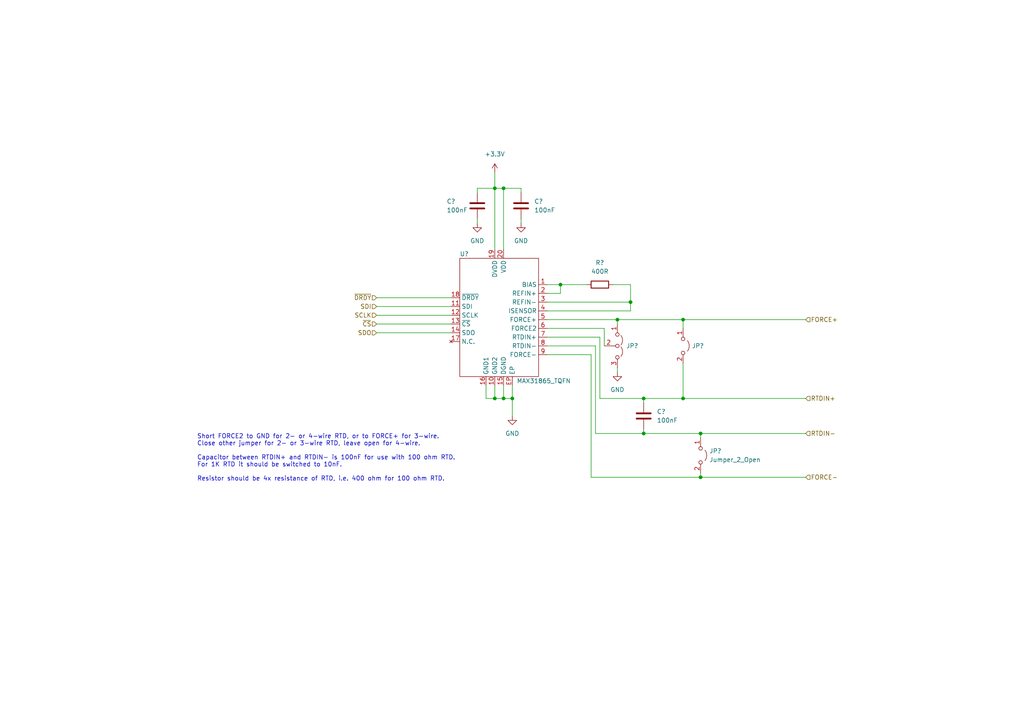
<source format=kicad_sch>
(kicad_sch (version 20211123) (generator eeschema)
  (paper "A4")
  (lib_symbols
    (symbol "Device:C" (pin_numbers hide) (pin_names (offset 0.254))
      (property "Reference" "C" (at 0.635 2.54 0))
      (property "Value" "C" (at 0.635 -2.54 0))
      (symbol "C_0_1"
        (polyline (pts (xy -2.032 -0.762) (xy 2.032 -0.762)) (stroke (width 0.508)))
        (polyline (pts (xy -2.032 0.762) (xy 2.032 0.762)) (stroke (width 0.508)))
      )
      (symbol "C_1_1"
        (pin passive line (at 0 3.81 270) (length 2.794) (name "~") (number "1"))
        (pin passive line (at 0 -3.81 90) (length 2.794) (name "~") (number "2"))
      )
    )
    (symbol "Device:R" (pin_numbers hide) (pin_names (offset 0))
      (property "Reference" "R" (at 2.032 0 90))
      (property "Value" "R" (at 0 0 90))
      (symbol "R_0_1"
        (rectangle (start -1.016 -2.54) (end 1.016 2.54) (stroke (width 0.254)))
      )
      (symbol "R_1_1"
        (pin passive line (at 0 3.81 270) (length 1.27) (name "~") (number "1"))
        (pin passive line (at 0 -3.81 90) (length 1.27) (name "~") (number "2"))
      )
    )
    (symbol "Jumper:Jumper_2_Open" (pin_names (offset 0) hide)
      (property "Reference" "JP" (at 0 2.794 0))
      (property "Value" "Jumper_2_Open" (at 0 -2.286 0))
      (symbol "Jumper_2_Open_0_0"
        (circle (center -2.032 0) (radius 0.508))
        (circle (center 2.032 0) (radius 0.508))
      )
      (symbol "Jumper_2_Open_0_1"
        (arc (start 1.524 1.27) (mid 0 1.778) (end -1.524 1.27))
      )
      (symbol "Jumper_2_Open_1_1"
        (pin passive line (at -5.08 0 0) (length 2.54) (name "A") (number "1"))
        (pin passive line (at 5.08 0 180) (length 2.54) (name "B") (number "2"))
      )
    )
    (symbol "Jumper:Jumper_3_Open" (pin_names (offset 0) hide)
      (property "Reference" "JP" (at -2.54 -2.54 0))
      (property "Value" "Jumper_3_Open" (at 0 2.794 0))
      (symbol "Jumper_3_Open_0_0"
        (circle (center -3.302 0) (radius 0.508))
        (circle (center 0 0) (radius 0.508))
        (circle (center 3.302 0) (radius 0.508))
      )
      (symbol "Jumper_3_Open_0_1"
        (arc (start -0.254 1.016) (mid -1.651 1.4992) (end -3.048 1.016))
        (polyline (pts (xy 0 -0.508) (xy 0 -1.27)))
        (arc (start 3.048 1.016) (mid 1.651 1.4992) (end 0.254 1.016))
      )
      (symbol "Jumper_3_Open_1_1"
        (pin passive line (at -6.35 0 0) (length 2.54) (name "A") (number "1"))
        (pin passive line (at 0 -3.81 90) (length 2.54) (name "C") (number "2"))
        (pin passive line (at 6.35 0 180) (length 2.54) (name "B") (number "3"))
      )
    )
    (symbol "librew:MAX31865_TQFN"
      (property "Reference" "U" (at -10.16 19.05 0))
      (property "Value" "MAX31865_TQFN" (at 12.7 -17.78 0))
      (symbol "MAX31865_TQFN_0_1"
        (rectangle (start -11.43 17.78) (end 11.43 -16.51))
      )
      (symbol "MAX31865_TQFN_1_1"
        (pin unspecified line (at 13.97 10.16 180) (length 2.54) (name "BIAS") (number "1"))
        (pin unspecified line (at -1.27 -19.05 90) (length 2.54) (name "GND2") (number "10"))
        (pin unspecified line (at -13.97 3.81 0) (length 2.54) (name "SDI") (number "11"))
        (pin unspecified line (at -13.97 1.27 0) (length 2.54) (name "SCLK") (number "12"))
        (pin unspecified line (at -13.97 -1.27 0) (length 2.54) (name "~{CS}") (number "13"))
        (pin unspecified line (at -13.97 -3.81 0) (length 2.54) (name "SDO") (number "14"))
        (pin unspecified line (at 1.27 -19.05 90) (length 2.54) (name "DGND") (number "15"))
        (pin unspecified line (at -3.81 -19.05 90) (length 2.54) (name "GND1") (number "16"))
        (pin no_connect line (at -13.97 -6.35 0) (length 2.54) (name "N.C.") (number "17"))
        (pin unspecified line (at -13.97 6.35 0) (length 2.54) (name "~{DRDY}") (number "18"))
        (pin unspecified line (at -1.27 20.32 270) (length 2.54) (name "DVDD") (number "19"))
        (pin unspecified line (at 13.97 7.62 180) (length 2.54) (name "REFIN+") (number "2"))
        (pin unspecified line (at 1.27 20.32 270) (length 2.54) (name "VDD") (number "20"))
        (pin unspecified line (at 13.97 5.08 180) (length 2.54) (name "REFIN-") (number "3"))
        (pin unspecified line (at 13.97 2.54 180) (length 2.54) (name "ISENSOR") (number "4"))
        (pin unspecified line (at 13.97 0 180) (length 2.54) (name "FORCE+") (number "5"))
        (pin unspecified line (at 13.97 -2.54 180) (length 2.54) (name "FORCE2") (number "6"))
        (pin unspecified line (at 13.97 -5.08 180) (length 2.54) (name "RTDIN+") (number "7"))
        (pin unspecified line (at 13.97 -7.62 180) (length 2.54) (name "RTDIN-") (number "8"))
        (pin unspecified line (at 13.97 -10.16 180) (length 2.54) (name "FORCE-") (number "9"))
        (pin unspecified line (at 3.81 -19.05 90) (length 2.54) (name "EP") (number "EP"))
      )
    )
    (symbol "power:+3.3V" (power) (pin_names (offset 0))
      (property "Value" "+3.3V" (at 0 3.556 0))
      (symbol "+3.3V_0_1"
        (polyline (pts (xy -0.762 1.27) (xy 0 2.54)))
        (polyline (pts (xy 0 0) (xy 0 2.54)))
        (polyline (pts (xy 0 2.54) (xy 0.762 1.27)))
      )
      (symbol "+3.3V_1_1"
        (pin power_in line (at 0 0 90) (length 0) hide (name "+3.3V") (number "1"))
      )
    )
    (symbol "power:GND" (power) (pin_names (offset 0))
      (property "Value" "GND" (at 0 -3.81 0))
      (symbol "GND_0_1"
        (polyline (pts (xy 0 0) (xy 0 -1.27) (xy 1.27 -1.27) (xy 0 -2.54) (xy -1.27 -1.27) (xy 0 -1.27)))
      )
      (symbol "GND_1_1"
        (pin power_in line (at 0 0 270) (length 0) hide (name "GND") (number "1"))
      )
    )
  )
  (junction (at 162.56 82.55))
  (junction (at 179.07 92.71))
  (junction (at 143.51 54.61))
  (junction (at 198.12 92.71))
  (junction (at 146.05 54.61))
  (junction (at 182.88 87.63))
  (junction (at 186.69 115.57))
  (junction (at 203.2 138.43))
  (junction (at 203.2 125.73))
  (junction (at 186.69 125.73))
  (junction (at 143.51 115.57))
  (junction (at 148.59 115.57))
  (junction (at 146.05 115.57))
  (junction (at 198.12 115.57))
  (wire (pts (xy 143.51 54.61) (xy 143.51 72.39)))
  (wire (pts (xy 172.72 125.73) (xy 186.69 125.73)))
  (wire (pts (xy 151.13 63.5) (xy 151.13 64.77)))
  (wire (pts (xy 186.69 115.57) (xy 198.12 115.57)))
  (wire (pts (xy 175.26 95.25) (xy 175.26 100.33)))
  (wire (pts (xy 109.22 91.44) (xy 130.81 91.44)))
  (wire (pts (xy 109.22 93.98) (xy 130.81 93.98)))
  (wire (pts (xy 203.2 125.73) (xy 233.68 125.73)))
  (wire (pts (xy 158.75 82.55) (xy 162.56 82.55)))
  (wire (pts (xy 151.13 54.61) (xy 146.05 54.61)))
  (wire (pts (xy 198.12 92.71) (xy 198.12 95.25)))
  (wire (pts (xy 109.22 96.52) (xy 130.81 96.52)))
  (wire (pts (xy 158.75 95.25) (xy 175.26 95.25)))
  (wire (pts (xy 158.75 97.79) (xy 173.99 97.79)))
  (wire (pts (xy 140.97 111.76) (xy 140.97 115.57)))
  (wire (pts (xy 146.05 111.76) (xy 146.05 115.57)))
  (wire (pts (xy 203.2 137.16) (xy 203.2 138.43)))
  (wire (pts (xy 162.56 82.55) (xy 170.18 82.55)))
  (wire (pts (xy 198.12 105.41) (xy 198.12 115.57)))
  (wire (pts (xy 148.59 115.57) (xy 148.59 120.65)))
  (wire (pts (xy 179.07 92.71) (xy 179.07 93.98)))
  (wire (pts (xy 143.51 111.76) (xy 143.51 115.57)))
  (wire (pts (xy 203.2 138.43) (xy 233.68 138.43)))
  (wire (pts (xy 140.97 115.57) (xy 143.51 115.57)))
  (wire (pts (xy 162.56 85.09) (xy 162.56 82.55)))
  (wire (pts (xy 171.45 138.43) (xy 203.2 138.43)))
  (wire (pts (xy 182.88 82.55) (xy 182.88 87.63)))
  (wire (pts (xy 158.75 102.87) (xy 171.45 102.87)))
  (wire (pts (xy 198.12 92.71) (xy 233.68 92.71)))
  (wire (pts (xy 186.69 125.73) (xy 203.2 125.73)))
  (wire (pts (xy 109.22 88.9) (xy 130.81 88.9)))
  (wire (pts (xy 138.43 63.5) (xy 138.43 64.77)))
  (wire (pts (xy 179.07 92.71) (xy 198.12 92.71)))
  (wire (pts (xy 158.75 100.33) (xy 172.72 100.33)))
  (wire (pts (xy 186.69 115.57) (xy 186.69 116.84)))
  (wire (pts (xy 172.72 100.33) (xy 172.72 125.73)))
  (wire (pts (xy 198.12 115.57) (xy 233.68 115.57)))
  (wire (pts (xy 171.45 102.87) (xy 171.45 138.43)))
  (wire (pts (xy 109.22 86.36) (xy 130.81 86.36)))
  (wire (pts (xy 182.88 90.17) (xy 182.88 87.63)))
  (wire (pts (xy 143.51 50.038) (xy 143.51 54.61)))
  (wire (pts (xy 186.69 124.46) (xy 186.69 125.73)))
  (wire (pts (xy 146.05 54.61) (xy 146.05 72.39)))
  (wire (pts (xy 173.99 97.79) (xy 173.99 115.57)))
  (wire (pts (xy 146.05 115.57) (xy 148.59 115.57)))
  (wire (pts (xy 143.51 54.61) (xy 146.05 54.61)))
  (wire (pts (xy 203.2 125.73) (xy 203.2 127)))
  (wire (pts (xy 177.8 82.55) (xy 182.88 82.55)))
  (wire (pts (xy 173.99 115.57) (xy 186.69 115.57)))
  (wire (pts (xy 151.13 55.88) (xy 151.13 54.61)))
  (wire (pts (xy 143.51 115.57) (xy 146.05 115.57)))
  (wire (pts (xy 138.43 55.88) (xy 138.43 54.61)))
  (wire (pts (xy 158.75 85.09) (xy 162.56 85.09)))
  (wire (pts (xy 138.43 54.61) (xy 143.51 54.61)))
  (wire (pts (xy 148.59 111.76) (xy 148.59 115.57)))
  (wire (pts (xy 179.07 106.68) (xy 179.07 107.95)))
  (wire (pts (xy 158.75 90.17) (xy 182.88 90.17)))
  (wire (pts (xy 182.88 87.63) (xy 158.75 87.63)))
  (wire (pts (xy 158.75 92.71) (xy 179.07 92.71)))
  (text "Short FORCE2 to GND for 2- or 4-wire RTD, or to FORCE+ for 3-wire.\nClose other jumper for 2- or 3-wire RTD, leave open for 4-wire.\n\nCapacitor between RTDIN+ and RTDIN- is 100nF for use with 100 ohm RTD.\nFor 1K RTD it should be switched to 10nF.\n\nResistor should be 4x resistance of RTD, i.e. 400 ohm for 100 ohm RTD." (at 57.15 139.7 0) (effects (font (size 1.27 1.27)) (justify left bottom)))
  (hierarchical_label "RTDIN-" (shape input) (at 233.68 125.73 0))
  (hierarchical_label "SDO" (shape input) (at 109.22 96.52 180))
  (hierarchical_label "FORCE-" (shape input) (at 233.68 138.43 0))
  (hierarchical_label "SDI" (shape input) (at 109.22 88.9 180))
  (hierarchical_label "RTDIN+" (shape input) (at 233.68 115.57 0))
  (hierarchical_label "SCLK" (shape input) (at 109.22 91.44 180))
  (hierarchical_label "~{DRDY}" (shape input) (at 109.22 86.36 180))
  (hierarchical_label "FORCE+" (shape input) (at 233.68 92.71 0))
  (hierarchical_label "~{CS}" (shape input) (at 109.22 93.98 180))
  (symbol (lib_id "Device:C") (at 186.69 120.65 0) (unit 1)
    (property "Reference" "C?" (at 190.5 119.3799 0) (effects (justify left)))
    (property "Value" "100nF" (at 190.5 121.9199 0) (effects (justify left)))
  )
  (symbol (lib_id "power:GND") (at 179.07 107.95 0) (unit 1)
    (property "Reference" "#PWR?" (effects hide))
    (property "Value" "GND" (at 179.07 113.03 0))
  )
  (symbol (lib_id "Jumper:Jumper_3_Open") (at 179.07 100.33 270) (unit 1)
    (property "Reference" "JP?" (at 181.61 100.3299 90) (effects (justify left)))
    (property "Value" "Jumper_3_Open" (effects hide))
  )
  (symbol (lib_id "Jumper:Jumper_2_Open") (at 198.12 100.33 270) (unit 1)
    (property "Reference" "JP?" (at 200.66 100.3299 90) (effects (justify left)))
    (property "Value" "Jumper_2_Open" (effects hide))
  )
  (symbol (lib_id "Device:C") (at 151.13 59.69 0) (unit 1)
    (property "Reference" "C?" (at 154.94 58.4199 0) (effects (justify left)))
    (property "Value" "100nF" (at 154.94 60.9599 0) (effects (justify left)))
  )
  (symbol (lib_id "librew:MAX31865_TQFN") (at 144.78 92.71 0) (unit 1)
    (property "Reference" "U?" (at 133.35 73.66 0) (effects (justify left)))
    (property "Value" "MAX31865_TQFN" (at 149.86 110.49 0) (effects (justify left)))
    (property "Footprint" "librew:MAX31865ATP+T" (effects hide))
  )
  (symbol (lib_id "power:+3.3V") (at 143.51 50.038 0) (unit 1)
    (property "Reference" "#PWR?" (effects hide))
    (property "Value" "+3.3V" (at 143.51 44.704 0))
  )
  (symbol (lib_id "power:GND") (at 151.13 64.77 0) (unit 1)
    (property "Reference" "#PWR?" (effects hide))
    (property "Value" "GND" (at 151.13 69.85 0))
  )
  (symbol (lib_id "Jumper:Jumper_2_Open") (at 203.2 132.08 270) (unit 1)
    (property "Reference" "JP?" (at 205.74 130.8099 90) (effects (justify left)))
    (property "Value" "Jumper_2_Open" (at 205.74 133.3499 90) (effects (justify left)))
  )
  (symbol (lib_id "Device:C") (at 138.43 59.69 0) (unit 1)
    (property "Reference" "C?" (at 129.54 58.42 0) (effects (justify left)))
    (property "Value" "100nF" (at 129.54 60.96 0) (effects (justify left)))
  )
  (symbol (lib_id "Device:R") (at 173.99 82.55 90) (unit 1)
    (property "Reference" "R?" (at 173.99 76.2 90))
    (property "Value" "400R" (at 173.99 78.74 90))
  )
  (symbol (lib_id "power:GND") (at 138.43 64.77 0) (unit 1)
    (property "Reference" "#PWR?" (effects hide))
    (property "Value" "GND" (at 138.43 69.85 0))
  )
  (symbol (lib_id "power:GND") (at 148.59 120.65 0) (unit 1)
    (property "Reference" "#PWR?" (effects hide))
    (property "Value" "GND" (at 148.59 125.73 0))
  )
)
</source>
